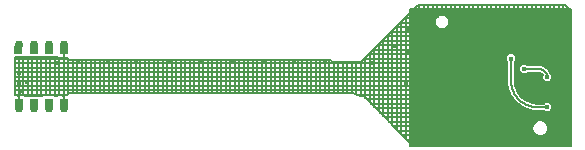
<source format=gbl>
G75*
%MOIN*%
%OFA0B0*%
%FSLAX25Y25*%
%IPPOS*%
%LPD*%
%AMOC8*
5,1,8,0,0,1.08239X$1,22.5*
%
%ADD10R,0.02992X0.03150*%
%ADD11C,0.03012*%
%ADD12C,0.01587*%
%ADD13C,0.00600*%
D10*
X0057469Y0057261D03*
X0062469Y0057261D03*
X0067469Y0057342D03*
X0072469Y0057261D03*
X0072469Y0074939D03*
X0067469Y0074939D03*
X0062469Y0074939D03*
X0057430Y0074939D03*
D11*
X0057476Y0055667D03*
X0062476Y0055667D03*
X0067476Y0055667D03*
X0072476Y0055667D03*
X0072476Y0076533D03*
X0067476Y0076533D03*
X0062476Y0076533D03*
X0057476Y0076533D03*
D12*
X0070750Y0070700D03*
X0077250Y0071100D03*
X0087250Y0071100D03*
X0096750Y0071100D03*
X0107750Y0071100D03*
X0118250Y0071100D03*
X0128750Y0071100D03*
X0139150Y0071100D03*
X0149250Y0071100D03*
X0159550Y0071100D03*
X0175250Y0070700D03*
X0182750Y0076200D03*
X0188250Y0075200D03*
X0192250Y0079200D03*
X0195750Y0075700D03*
X0203250Y0074500D03*
X0207250Y0079200D03*
X0212950Y0074600D03*
X0218850Y0074700D03*
X0221650Y0072100D03*
X0226650Y0071900D03*
X0225950Y0068600D03*
X0223550Y0066200D03*
X0218250Y0065700D03*
X0207250Y0066200D03*
X0198750Y0066200D03*
X0186550Y0063800D03*
X0198750Y0055700D03*
X0207250Y0055200D03*
X0215250Y0055300D03*
X0222750Y0054200D03*
X0233750Y0055900D03*
X0231250Y0062200D03*
X0233750Y0065900D03*
X0230250Y0079200D03*
X0221250Y0079200D03*
X0187750Y0081700D03*
X0060250Y0064200D03*
X0057750Y0063700D03*
X0057750Y0067200D03*
D13*
X0056250Y0067600D02*
X0220450Y0067600D01*
X0220450Y0067503D02*
X0188050Y0067503D01*
X0188050Y0066905D02*
X0220450Y0066905D01*
X0220450Y0066306D02*
X0188050Y0066306D01*
X0188050Y0065708D02*
X0220450Y0065708D01*
X0220450Y0066100D02*
X0056250Y0066100D01*
X0056250Y0064600D02*
X0220450Y0064600D01*
X0220450Y0064511D02*
X0188050Y0064511D01*
X0188050Y0065109D02*
X0220450Y0065109D01*
X0220450Y0063912D02*
X0188050Y0063912D01*
X0188050Y0063314D02*
X0220450Y0063314D01*
X0220450Y0063116D02*
X0221429Y0060104D01*
X0221429Y0060103D01*
X0223291Y0057541D01*
X0225853Y0055679D01*
X0225854Y0055679D01*
X0228866Y0054700D01*
X0232555Y0054700D01*
X0233048Y0054206D01*
X0234452Y0054206D01*
X0235444Y0055198D01*
X0235444Y0056602D01*
X0234452Y0057594D01*
X0233048Y0057594D01*
X0232555Y0057100D01*
X0230450Y0057100D01*
X0229261Y0057194D01*
X0227000Y0057928D01*
X0225076Y0059326D01*
X0223678Y0061250D01*
X0222944Y0063511D01*
X0222850Y0064700D01*
X0222850Y0070905D01*
X0223344Y0071398D01*
X0223344Y0072802D01*
X0222352Y0073794D01*
X0220948Y0073794D01*
X0219956Y0072802D01*
X0219956Y0071398D01*
X0220450Y0070905D01*
X0220450Y0063116D01*
X0221429Y0060104D01*
X0221429Y0060103D01*
X0223291Y0057541D01*
X0223291Y0057541D01*
X0223291Y0057541D01*
X0225853Y0055679D01*
X0225854Y0055679D01*
X0228866Y0054700D01*
X0232555Y0054700D01*
X0233048Y0054206D01*
X0234452Y0054206D01*
X0235444Y0055198D01*
X0235444Y0056602D01*
X0234452Y0057594D01*
X0233048Y0057594D01*
X0232555Y0057100D01*
X0230450Y0057100D01*
X0229261Y0057194D01*
X0227000Y0057928D01*
X0225076Y0059326D01*
X0223678Y0061250D01*
X0222944Y0063511D01*
X0222850Y0064700D01*
X0222850Y0070905D01*
X0223344Y0071398D01*
X0223344Y0072802D01*
X0222352Y0073794D01*
X0220948Y0073794D01*
X0219956Y0072802D01*
X0219956Y0071398D01*
X0220450Y0070905D01*
X0220450Y0063116D01*
X0220455Y0063100D02*
X0056250Y0063100D01*
X0056250Y0061600D02*
X0220943Y0061600D01*
X0220969Y0061518D02*
X0188050Y0061518D01*
X0188050Y0060920D02*
X0221164Y0060920D01*
X0221050Y0061270D02*
X0221050Y0043100D01*
X0219550Y0043100D02*
X0219550Y0090100D01*
X0218050Y0090100D02*
X0218050Y0043100D01*
X0216550Y0043100D02*
X0216550Y0090100D01*
X0215050Y0090100D02*
X0215050Y0043100D01*
X0213550Y0043100D02*
X0213550Y0090100D01*
X0212050Y0090100D02*
X0212050Y0043100D01*
X0210550Y0043100D02*
X0210550Y0090100D01*
X0209050Y0090100D02*
X0209050Y0043100D01*
X0207550Y0043100D02*
X0207550Y0090100D01*
X0206050Y0090100D02*
X0206050Y0043100D01*
X0204550Y0043100D02*
X0204550Y0090100D01*
X0203050Y0090100D02*
X0203050Y0043100D01*
X0201550Y0043100D02*
X0201550Y0090100D01*
X0200050Y0090100D02*
X0200050Y0086190D01*
X0200183Y0086057D02*
X0241550Y0086057D01*
X0241550Y0085600D02*
X0200640Y0085600D01*
X0200781Y0085459D02*
X0241550Y0085459D01*
X0241550Y0084860D02*
X0200989Y0084860D01*
X0200989Y0085251D02*
X0199655Y0086585D01*
X0197768Y0086585D01*
X0196433Y0085251D01*
X0196433Y0083364D01*
X0197768Y0082029D01*
X0199655Y0082029D01*
X0200989Y0083364D01*
X0200989Y0085251D01*
X0199655Y0086585D01*
X0197768Y0086585D01*
X0196433Y0085251D01*
X0196433Y0083364D01*
X0197768Y0082029D01*
X0199655Y0082029D01*
X0200989Y0083364D01*
X0200989Y0085251D01*
X0200989Y0084262D02*
X0241550Y0084262D01*
X0241550Y0084100D02*
X0200989Y0084100D01*
X0200989Y0083663D02*
X0241550Y0083663D01*
X0241550Y0083065D02*
X0200690Y0083065D01*
X0200226Y0082600D02*
X0241550Y0082600D01*
X0241550Y0082466D02*
X0200092Y0082466D01*
X0200050Y0082424D02*
X0200050Y0043100D01*
X0198550Y0043100D02*
X0198550Y0082029D01*
X0197331Y0082466D02*
X0188050Y0082466D01*
X0188050Y0081868D02*
X0241550Y0081868D01*
X0241550Y0081269D02*
X0188050Y0081269D01*
X0188050Y0080670D02*
X0241550Y0080670D01*
X0241550Y0081100D02*
X0181550Y0081100D01*
X0182050Y0081600D02*
X0182050Y0050100D01*
X0182550Y0049600D02*
X0228798Y0049600D01*
X0228776Y0049548D02*
X0188050Y0049548D01*
X0188050Y0050146D02*
X0229024Y0050146D01*
X0229124Y0050387D02*
X0228717Y0049405D01*
X0228717Y0048343D01*
X0229124Y0047361D01*
X0229875Y0046609D01*
X0230857Y0046202D01*
X0231920Y0046202D01*
X0232902Y0046609D01*
X0233653Y0047361D01*
X0234060Y0048343D01*
X0234060Y0049405D01*
X0233653Y0050387D01*
X0232902Y0051139D01*
X0231920Y0051546D01*
X0230857Y0051546D01*
X0229875Y0051139D01*
X0229124Y0050387D01*
X0228717Y0049405D01*
X0228717Y0048343D01*
X0229124Y0047361D01*
X0229875Y0046609D01*
X0230857Y0046202D01*
X0231920Y0046202D01*
X0232902Y0046609D01*
X0233653Y0047361D01*
X0234060Y0048343D01*
X0234060Y0049405D01*
X0233653Y0050387D01*
X0232902Y0051139D01*
X0231920Y0051546D01*
X0230857Y0051546D01*
X0229875Y0051139D01*
X0229124Y0050387D01*
X0229481Y0050745D02*
X0188050Y0050745D01*
X0188050Y0051343D02*
X0230369Y0051343D01*
X0230050Y0051211D02*
X0230050Y0054700D01*
X0230450Y0055900D02*
X0233750Y0055900D01*
X0234945Y0057100D02*
X0241550Y0057100D01*
X0241550Y0057329D02*
X0234717Y0057329D01*
X0234550Y0057495D02*
X0234550Y0064305D01*
X0234452Y0064206D02*
X0235444Y0065198D01*
X0235444Y0066602D01*
X0234745Y0067301D01*
X0233905Y0068755D01*
X0233905Y0068755D01*
X0233905Y0068755D01*
X0233905Y0068755D01*
X0232095Y0069800D01*
X0227145Y0069800D01*
X0226652Y0070294D01*
X0225248Y0070294D01*
X0224256Y0069302D01*
X0224256Y0067898D01*
X0225248Y0066906D01*
X0226652Y0066906D01*
X0227145Y0067400D01*
X0231050Y0067400D01*
X0231438Y0067349D01*
X0232111Y0066961D01*
X0232222Y0066767D01*
X0232056Y0066602D01*
X0232056Y0065198D01*
X0233048Y0064206D01*
X0234452Y0064206D01*
X0235444Y0065198D01*
X0235444Y0066602D01*
X0234745Y0067301D01*
X0233905Y0068755D01*
X0232095Y0069800D01*
X0227145Y0069800D01*
X0226652Y0070294D01*
X0225248Y0070294D01*
X0224256Y0069302D01*
X0224256Y0067898D01*
X0225248Y0066906D01*
X0226652Y0066906D01*
X0227145Y0067400D01*
X0231050Y0067400D01*
X0231438Y0067349D01*
X0232111Y0066961D01*
X0232222Y0066767D01*
X0232056Y0066602D01*
X0232056Y0065198D01*
X0233048Y0064206D01*
X0234452Y0064206D01*
X0234756Y0064511D02*
X0241550Y0064511D01*
X0241550Y0064600D02*
X0234845Y0064600D01*
X0235354Y0065109D02*
X0241550Y0065109D01*
X0241550Y0065708D02*
X0235444Y0065708D01*
X0235444Y0066100D02*
X0241550Y0066100D01*
X0241550Y0066306D02*
X0235444Y0066306D01*
X0235141Y0066905D02*
X0241550Y0066905D01*
X0241550Y0067503D02*
X0234628Y0067503D01*
X0234572Y0067600D02*
X0241550Y0067600D01*
X0241550Y0068102D02*
X0234282Y0068102D01*
X0234550Y0067638D02*
X0234550Y0090100D01*
X0233050Y0090100D02*
X0233050Y0069249D01*
X0232963Y0069299D02*
X0241550Y0069299D01*
X0241550Y0069100D02*
X0233307Y0069100D01*
X0233937Y0068700D02*
X0241550Y0068700D01*
X0241550Y0069897D02*
X0227048Y0069897D01*
X0227050Y0069895D02*
X0227050Y0090100D01*
X0225550Y0090100D02*
X0225550Y0070294D01*
X0224852Y0069897D02*
X0222850Y0069897D01*
X0222850Y0069299D02*
X0224256Y0069299D01*
X0224256Y0069100D02*
X0222850Y0069100D01*
X0222850Y0068700D02*
X0224256Y0068700D01*
X0224256Y0068102D02*
X0222850Y0068102D01*
X0222850Y0067600D02*
X0224555Y0067600D01*
X0224652Y0067503D02*
X0222850Y0067503D01*
X0222850Y0066905D02*
X0232143Y0066905D01*
X0232056Y0066306D02*
X0222850Y0066306D01*
X0222850Y0066100D02*
X0232056Y0066100D01*
X0232056Y0065708D02*
X0222850Y0065708D01*
X0222850Y0065109D02*
X0232146Y0065109D01*
X0232655Y0064600D02*
X0222858Y0064600D01*
X0222865Y0064511D02*
X0232744Y0064511D01*
X0233050Y0064206D02*
X0233050Y0057594D01*
X0232783Y0057329D02*
X0228846Y0057329D01*
X0228550Y0057425D02*
X0228550Y0067400D01*
X0230050Y0067400D02*
X0230050Y0057131D01*
X0230450Y0057100D02*
X0232555Y0057100D01*
X0231550Y0057100D02*
X0231550Y0067284D01*
X0231050Y0068600D02*
X0225950Y0068600D01*
X0227050Y0067305D02*
X0227050Y0057912D01*
X0227004Y0057927D02*
X0241550Y0057927D01*
X0241550Y0058526D02*
X0226178Y0058526D01*
X0226075Y0058600D02*
X0241550Y0058600D01*
X0241550Y0059124D02*
X0225354Y0059124D01*
X0225550Y0058982D02*
X0225550Y0066906D01*
X0228550Y0069800D02*
X0228550Y0090100D01*
X0230050Y0090100D02*
X0230050Y0069800D01*
X0231550Y0069800D02*
X0231550Y0090100D01*
X0236050Y0090100D02*
X0236050Y0043100D01*
X0234550Y0043100D02*
X0234550Y0054305D01*
X0234581Y0054336D02*
X0241550Y0054336D01*
X0241550Y0054100D02*
X0178050Y0054100D01*
X0177550Y0054600D02*
X0177550Y0077100D01*
X0177050Y0076600D02*
X0241550Y0076600D01*
X0241550Y0076481D02*
X0188050Y0076481D01*
X0188050Y0077079D02*
X0241550Y0077079D01*
X0241550Y0077678D02*
X0188050Y0077678D01*
X0188050Y0078276D02*
X0241550Y0078276D01*
X0241550Y0078100D02*
X0178550Y0078100D01*
X0179050Y0078600D02*
X0179050Y0053100D01*
X0179550Y0052600D02*
X0241550Y0052600D01*
X0241550Y0052540D02*
X0188050Y0052540D01*
X0188050Y0051942D02*
X0241550Y0051942D01*
X0241550Y0051343D02*
X0232408Y0051343D01*
X0232941Y0051100D02*
X0241550Y0051100D01*
X0241550Y0050745D02*
X0233296Y0050745D01*
X0233050Y0050991D02*
X0233050Y0054206D01*
X0232919Y0054336D02*
X0188050Y0054336D01*
X0188050Y0054934D02*
X0228144Y0054934D01*
X0228550Y0054803D02*
X0228550Y0043100D01*
X0227050Y0043100D02*
X0227050Y0055290D01*
X0226302Y0055533D02*
X0188050Y0055533D01*
X0188050Y0056132D02*
X0225230Y0056132D01*
X0225550Y0055899D02*
X0225550Y0043100D01*
X0224050Y0043100D02*
X0224050Y0056989D01*
X0223897Y0057100D02*
X0175050Y0057100D01*
X0174550Y0057600D02*
X0174550Y0074100D01*
X0174050Y0073600D02*
X0220755Y0073600D01*
X0220643Y0073488D02*
X0188050Y0073488D01*
X0188050Y0072890D02*
X0220045Y0072890D01*
X0219956Y0072291D02*
X0188050Y0072291D01*
X0188050Y0071693D02*
X0219956Y0071693D01*
X0219956Y0072100D02*
X0172550Y0072100D01*
X0173050Y0072600D02*
X0173050Y0059100D01*
X0173550Y0058600D02*
X0222521Y0058600D01*
X0222550Y0058560D02*
X0222550Y0043100D01*
X0230050Y0043100D02*
X0230050Y0046537D01*
X0230005Y0046555D02*
X0188050Y0046555D01*
X0188050Y0045957D02*
X0241550Y0045957D01*
X0241550Y0046555D02*
X0232772Y0046555D01*
X0232880Y0046600D02*
X0241550Y0046600D01*
X0241550Y0047154D02*
X0233447Y0047154D01*
X0233050Y0046757D02*
X0233050Y0043100D01*
X0231550Y0043100D02*
X0231550Y0046202D01*
X0229897Y0046600D02*
X0185550Y0046600D01*
X0185050Y0047100D02*
X0185050Y0084600D01*
X0184550Y0084100D02*
X0196433Y0084100D01*
X0196433Y0084262D02*
X0188050Y0084262D01*
X0188050Y0084860D02*
X0196433Y0084860D01*
X0196641Y0085459D02*
X0188050Y0085459D01*
X0188050Y0086057D02*
X0197240Y0086057D01*
X0197050Y0085867D02*
X0197050Y0090100D01*
X0195550Y0090100D02*
X0195550Y0043100D01*
X0194050Y0043100D02*
X0194050Y0090100D01*
X0192550Y0090100D02*
X0192550Y0043100D01*
X0191050Y0043100D02*
X0191050Y0090100D01*
X0190550Y0090100D02*
X0239550Y0090100D01*
X0241550Y0088100D01*
X0241550Y0043100D01*
X0188088Y0043100D01*
X0188050Y0043130D01*
X0188050Y0088600D01*
X0241550Y0088600D01*
X0241550Y0043100D01*
X0189050Y0043100D01*
X0172550Y0059600D01*
X0171460Y0059600D01*
X0171409Y0059649D01*
X0168811Y0060698D01*
X0168811Y0060698D01*
X0167432Y0060698D01*
X0074238Y0060698D01*
X0073535Y0059995D01*
X0073535Y0059936D01*
X0072769Y0059936D01*
X0072769Y0059600D01*
X0072169Y0059600D01*
X0072169Y0059936D01*
X0070828Y0059936D01*
X0070549Y0059861D01*
X0070298Y0059716D01*
X0070181Y0059600D01*
X0069555Y0059600D01*
X0069338Y0059817D01*
X0065601Y0059817D01*
X0065384Y0059600D01*
X0064474Y0059600D01*
X0064338Y0059736D01*
X0060601Y0059736D01*
X0060464Y0059600D01*
X0059757Y0059600D01*
X0059641Y0059716D01*
X0059390Y0059861D01*
X0059110Y0059936D01*
X0057769Y0059936D01*
X0057769Y0059600D01*
X0057169Y0059600D01*
X0057169Y0059936D01*
X0056250Y0059936D01*
X0056250Y0072464D01*
X0059299Y0072464D01*
X0059435Y0072600D01*
X0060464Y0072600D01*
X0060601Y0072464D01*
X0064338Y0072464D01*
X0064474Y0072600D01*
X0065464Y0072600D01*
X0065601Y0072464D01*
X0069338Y0072464D01*
X0069474Y0072600D01*
X0070181Y0072600D01*
X0070298Y0072484D01*
X0070549Y0072339D01*
X0070828Y0072264D01*
X0072169Y0072264D01*
X0072169Y0072600D01*
X0072769Y0072600D01*
X0072769Y0072264D01*
X0073658Y0072264D01*
X0074238Y0071683D01*
X0161467Y0071683D01*
X0162050Y0071100D01*
X0171550Y0071100D01*
X0171550Y0059600D01*
X0171409Y0059649D02*
X0171409Y0059649D01*
X0170291Y0060100D02*
X0221431Y0060100D01*
X0221358Y0060321D02*
X0188050Y0060321D01*
X0188050Y0059723D02*
X0221706Y0059723D01*
X0222140Y0059124D02*
X0188050Y0059124D01*
X0188050Y0058526D02*
X0222575Y0058526D01*
X0223010Y0057927D02*
X0188050Y0057927D01*
X0188050Y0057329D02*
X0223583Y0057329D01*
X0223291Y0057541D02*
X0223291Y0057541D01*
X0223291Y0057541D01*
X0224407Y0056730D02*
X0188050Y0056730D01*
X0188050Y0053737D02*
X0241550Y0053737D01*
X0241550Y0053139D02*
X0188050Y0053139D01*
X0181050Y0051100D02*
X0229836Y0051100D01*
X0231550Y0051546D02*
X0231550Y0054700D01*
X0235180Y0054934D02*
X0241550Y0054934D01*
X0241550Y0055533D02*
X0235444Y0055533D01*
X0235444Y0055600D02*
X0241550Y0055600D01*
X0241550Y0056132D02*
X0235444Y0056132D01*
X0235315Y0056730D02*
X0241550Y0056730D01*
X0241550Y0059723D02*
X0224788Y0059723D01*
X0224514Y0060100D02*
X0241550Y0060100D01*
X0241550Y0060321D02*
X0224353Y0060321D01*
X0224050Y0060738D02*
X0224050Y0090100D01*
X0222550Y0090100D02*
X0222550Y0073595D01*
X0222545Y0073600D02*
X0241550Y0073600D01*
X0241550Y0073488D02*
X0222657Y0073488D01*
X0223255Y0072890D02*
X0241550Y0072890D01*
X0241550Y0072291D02*
X0223344Y0072291D01*
X0223344Y0072100D02*
X0241550Y0072100D01*
X0241550Y0071693D02*
X0223344Y0071693D01*
X0223040Y0071094D02*
X0241550Y0071094D01*
X0241550Y0070600D02*
X0222850Y0070600D01*
X0222850Y0070496D02*
X0241550Y0070496D01*
X0241550Y0074087D02*
X0188050Y0074087D01*
X0188050Y0074685D02*
X0241550Y0074685D01*
X0241550Y0075100D02*
X0175550Y0075100D01*
X0176050Y0075600D02*
X0176050Y0056100D01*
X0176550Y0055600D02*
X0226096Y0055600D01*
X0223918Y0060920D02*
X0241550Y0060920D01*
X0241550Y0061518D02*
X0223591Y0061518D01*
X0223565Y0061600D02*
X0241550Y0061600D01*
X0241550Y0062117D02*
X0223397Y0062117D01*
X0223202Y0062715D02*
X0241550Y0062715D01*
X0241550Y0063100D02*
X0223077Y0063100D01*
X0223008Y0063314D02*
X0241550Y0063314D01*
X0241550Y0063912D02*
X0222912Y0063912D01*
X0221650Y0064700D02*
X0221650Y0072100D01*
X0220260Y0071094D02*
X0188050Y0071094D01*
X0188050Y0070496D02*
X0220450Y0070496D01*
X0220450Y0070600D02*
X0056250Y0070600D01*
X0056250Y0069100D02*
X0220450Y0069100D01*
X0220450Y0069299D02*
X0188050Y0069299D01*
X0188050Y0069897D02*
X0220450Y0069897D01*
X0220450Y0068700D02*
X0188050Y0068700D01*
X0188050Y0068102D02*
X0220450Y0068102D01*
X0221650Y0064700D02*
X0221653Y0064487D01*
X0221660Y0064275D01*
X0221673Y0064063D01*
X0221691Y0063851D01*
X0221714Y0063639D01*
X0221742Y0063428D01*
X0221776Y0063218D01*
X0221814Y0063009D01*
X0221857Y0062801D01*
X0221906Y0062594D01*
X0221959Y0062388D01*
X0222017Y0062184D01*
X0222081Y0061981D01*
X0222149Y0061779D01*
X0222222Y0061579D01*
X0222300Y0061382D01*
X0222382Y0061186D01*
X0222470Y0060992D01*
X0222561Y0060800D01*
X0222658Y0060610D01*
X0222759Y0060423D01*
X0222865Y0060239D01*
X0222975Y0060057D01*
X0223089Y0059877D01*
X0223208Y0059701D01*
X0223331Y0059527D01*
X0223458Y0059357D01*
X0223589Y0059190D01*
X0223724Y0059025D01*
X0223863Y0058865D01*
X0224006Y0058707D01*
X0224153Y0058553D01*
X0224303Y0058403D01*
X0224457Y0058256D01*
X0224615Y0058113D01*
X0224775Y0057974D01*
X0224940Y0057839D01*
X0225107Y0057708D01*
X0225277Y0057581D01*
X0225451Y0057458D01*
X0225627Y0057339D01*
X0225807Y0057225D01*
X0225989Y0057115D01*
X0226173Y0057009D01*
X0226360Y0056908D01*
X0226550Y0056811D01*
X0226742Y0056720D01*
X0226936Y0056632D01*
X0227132Y0056550D01*
X0227329Y0056472D01*
X0227529Y0056399D01*
X0227731Y0056331D01*
X0227934Y0056267D01*
X0228138Y0056209D01*
X0228344Y0056156D01*
X0228551Y0056107D01*
X0228759Y0056064D01*
X0228968Y0056026D01*
X0229178Y0055992D01*
X0229389Y0055964D01*
X0229601Y0055941D01*
X0229813Y0055923D01*
X0230025Y0055910D01*
X0230237Y0055903D01*
X0230450Y0055900D01*
X0233753Y0050146D02*
X0241550Y0050146D01*
X0241550Y0049600D02*
X0233980Y0049600D01*
X0234001Y0049548D02*
X0241550Y0049548D01*
X0241550Y0048949D02*
X0234060Y0048949D01*
X0234060Y0048351D02*
X0241550Y0048351D01*
X0241550Y0048100D02*
X0233960Y0048100D01*
X0233816Y0047752D02*
X0241550Y0047752D01*
X0241550Y0045358D02*
X0188050Y0045358D01*
X0188050Y0044760D02*
X0241550Y0044760D01*
X0241550Y0045100D02*
X0187050Y0045100D01*
X0186550Y0045600D02*
X0186550Y0086100D01*
X0186050Y0085600D02*
X0196783Y0085600D01*
X0198550Y0086585D02*
X0198550Y0090100D01*
X0190550Y0090100D02*
X0171550Y0071100D01*
X0170050Y0071100D02*
X0170050Y0060197D01*
X0168550Y0060698D02*
X0168550Y0071100D01*
X0167050Y0071100D02*
X0167050Y0060698D01*
X0165550Y0060698D02*
X0165550Y0071100D01*
X0164050Y0071100D02*
X0164050Y0060698D01*
X0162550Y0060698D02*
X0162550Y0071100D01*
X0161050Y0071683D02*
X0161050Y0060698D01*
X0159550Y0060698D02*
X0159550Y0071683D01*
X0158050Y0071683D02*
X0158050Y0060698D01*
X0156550Y0060698D02*
X0156550Y0071683D01*
X0155050Y0071683D02*
X0155050Y0060698D01*
X0153550Y0060698D02*
X0153550Y0071683D01*
X0152050Y0071683D02*
X0152050Y0060698D01*
X0150550Y0060698D02*
X0150550Y0071683D01*
X0149050Y0071683D02*
X0149050Y0060698D01*
X0147550Y0060698D02*
X0147550Y0071683D01*
X0146050Y0071683D02*
X0146050Y0060698D01*
X0144550Y0060698D02*
X0144550Y0071683D01*
X0143050Y0071683D02*
X0143050Y0060698D01*
X0141550Y0060698D02*
X0141550Y0071683D01*
X0140050Y0071683D02*
X0140050Y0060698D01*
X0138550Y0060698D02*
X0138550Y0071683D01*
X0137050Y0071683D02*
X0137050Y0060698D01*
X0135550Y0060698D02*
X0135550Y0071683D01*
X0134050Y0071683D02*
X0134050Y0060698D01*
X0132550Y0060698D02*
X0132550Y0071683D01*
X0131050Y0071683D02*
X0131050Y0060698D01*
X0129550Y0060698D02*
X0129550Y0071683D01*
X0128050Y0071683D02*
X0128050Y0060698D01*
X0126550Y0060698D02*
X0126550Y0071683D01*
X0125050Y0071683D02*
X0125050Y0060698D01*
X0123550Y0060698D02*
X0123550Y0071683D01*
X0122050Y0071683D02*
X0122050Y0060698D01*
X0120550Y0060698D02*
X0120550Y0071683D01*
X0119050Y0071683D02*
X0119050Y0060698D01*
X0117550Y0060698D02*
X0117550Y0071683D01*
X0116050Y0071683D02*
X0116050Y0060698D01*
X0114550Y0060698D02*
X0114550Y0071683D01*
X0113050Y0071683D02*
X0113050Y0060698D01*
X0111550Y0060698D02*
X0111550Y0071683D01*
X0110050Y0071683D02*
X0110050Y0060698D01*
X0108550Y0060698D02*
X0108550Y0071683D01*
X0107050Y0071683D02*
X0107050Y0060698D01*
X0105550Y0060698D02*
X0105550Y0071683D01*
X0104050Y0071683D02*
X0104050Y0060698D01*
X0102550Y0060698D02*
X0102550Y0071683D01*
X0101050Y0071683D02*
X0101050Y0060698D01*
X0099550Y0060698D02*
X0099550Y0071683D01*
X0098050Y0071683D02*
X0098050Y0060698D01*
X0096550Y0060698D02*
X0096550Y0071683D01*
X0095050Y0071683D02*
X0095050Y0060698D01*
X0093550Y0060698D02*
X0093550Y0071683D01*
X0092050Y0071683D02*
X0092050Y0060698D01*
X0090550Y0060698D02*
X0090550Y0071683D01*
X0089050Y0071683D02*
X0089050Y0060698D01*
X0087550Y0060698D02*
X0087550Y0071683D01*
X0086050Y0071683D02*
X0086050Y0060698D01*
X0084550Y0060698D02*
X0084550Y0071683D01*
X0083050Y0071683D02*
X0083050Y0060698D01*
X0081550Y0060698D02*
X0081550Y0071683D01*
X0080050Y0071683D02*
X0080050Y0060698D01*
X0078550Y0060698D02*
X0078550Y0071683D01*
X0077050Y0071683D02*
X0077050Y0060698D01*
X0075550Y0060698D02*
X0075550Y0071683D01*
X0074050Y0071871D02*
X0074050Y0060510D01*
X0073640Y0060100D02*
X0056250Y0060100D01*
X0057476Y0060126D02*
X0058850Y0061500D01*
X0072476Y0061500D01*
X0072476Y0074932D01*
X0072469Y0074939D01*
X0072476Y0074945D01*
X0072476Y0076533D01*
X0067476Y0076533D02*
X0067476Y0074945D01*
X0067469Y0074939D01*
X0068050Y0072464D02*
X0068050Y0059817D01*
X0066550Y0059817D02*
X0066550Y0072464D01*
X0065050Y0072600D02*
X0065050Y0059600D01*
X0063550Y0059736D02*
X0063550Y0072464D01*
X0062050Y0072464D02*
X0062050Y0059736D01*
X0060550Y0059686D02*
X0060550Y0072514D01*
X0059050Y0072464D02*
X0059050Y0059936D01*
X0057550Y0059600D02*
X0057550Y0072464D01*
X0056250Y0072100D02*
X0073821Y0072100D01*
X0072550Y0072600D02*
X0072550Y0059600D01*
X0071050Y0059936D02*
X0071050Y0072264D01*
X0069550Y0072600D02*
X0069550Y0059605D01*
X0072476Y0061500D02*
X0072476Y0055667D01*
X0072476Y0057255D01*
X0072469Y0057261D01*
X0067476Y0057336D02*
X0067476Y0055667D01*
X0067476Y0057336D02*
X0067469Y0057342D01*
X0062469Y0057261D02*
X0062469Y0055673D01*
X0062476Y0055667D01*
X0057476Y0055667D02*
X0057476Y0057255D01*
X0057469Y0057261D01*
X0057476Y0057255D02*
X0057476Y0060126D01*
X0057430Y0074939D02*
X0057430Y0075525D01*
X0057476Y0075570D01*
X0057476Y0076533D01*
X0062476Y0076533D02*
X0062476Y0074945D01*
X0062469Y0074939D01*
X0180050Y0079600D02*
X0241550Y0079600D01*
X0241550Y0079473D02*
X0188050Y0079473D01*
X0188050Y0078875D02*
X0241550Y0078875D01*
X0241550Y0080072D02*
X0188050Y0080072D01*
X0183050Y0082600D02*
X0197197Y0082600D01*
X0197050Y0082747D02*
X0197050Y0043100D01*
X0189550Y0043100D02*
X0189550Y0089100D01*
X0189050Y0088600D02*
X0241050Y0088600D01*
X0241550Y0088451D02*
X0188050Y0088451D01*
X0188050Y0087853D02*
X0241550Y0087853D01*
X0241550Y0087254D02*
X0188050Y0087254D01*
X0188050Y0087600D02*
X0188050Y0044100D01*
X0188050Y0044161D02*
X0241550Y0044161D01*
X0241550Y0043600D02*
X0188550Y0043600D01*
X0188050Y0043563D02*
X0241550Y0043563D01*
X0240550Y0043100D02*
X0240550Y0089100D01*
X0239050Y0090100D02*
X0239050Y0043100D01*
X0237550Y0043100D02*
X0237550Y0090100D01*
X0241550Y0087100D02*
X0187550Y0087100D01*
X0188050Y0086656D02*
X0241550Y0086656D01*
X0221050Y0090100D02*
X0221050Y0073794D01*
X0232095Y0069800D02*
X0232095Y0069800D01*
X0231050Y0068600D02*
X0231151Y0068598D01*
X0231252Y0068592D01*
X0231352Y0068583D01*
X0231452Y0068570D01*
X0231552Y0068553D01*
X0231651Y0068532D01*
X0231749Y0068508D01*
X0231846Y0068480D01*
X0231942Y0068448D01*
X0232036Y0068413D01*
X0232130Y0068375D01*
X0232221Y0068333D01*
X0232312Y0068287D01*
X0232400Y0068238D01*
X0232486Y0068186D01*
X0232571Y0068131D01*
X0232653Y0068072D01*
X0232733Y0068011D01*
X0232811Y0067947D01*
X0232886Y0067879D01*
X0232959Y0067809D01*
X0233029Y0067736D01*
X0233097Y0067661D01*
X0233161Y0067583D01*
X0233222Y0067503D01*
X0233281Y0067421D01*
X0233336Y0067336D01*
X0233388Y0067250D01*
X0233437Y0067162D01*
X0233483Y0067071D01*
X0233525Y0066980D01*
X0233563Y0066886D01*
X0233598Y0066792D01*
X0233630Y0066696D01*
X0233658Y0066599D01*
X0233682Y0066501D01*
X0233703Y0066402D01*
X0233720Y0066302D01*
X0233733Y0066202D01*
X0233742Y0066102D01*
X0233748Y0066001D01*
X0233750Y0065900D01*
X0220775Y0062117D02*
X0188050Y0062117D01*
X0188050Y0062715D02*
X0220580Y0062715D01*
X0241550Y0075284D02*
X0188050Y0075284D01*
X0188250Y0075200D02*
X0186550Y0073500D01*
X0186550Y0063800D01*
X0188050Y0075882D02*
X0241550Y0075882D01*
X0196732Y0083065D02*
X0188050Y0083065D01*
X0188050Y0083663D02*
X0196433Y0083663D01*
X0183550Y0083100D02*
X0183550Y0048600D01*
X0184050Y0048100D02*
X0228817Y0048100D01*
X0228717Y0048351D02*
X0188050Y0048351D01*
X0188050Y0048949D02*
X0228717Y0048949D01*
X0228961Y0047752D02*
X0188050Y0047752D01*
X0188050Y0047154D02*
X0229330Y0047154D01*
X0180550Y0051600D02*
X0180550Y0080100D01*
M02*

</source>
